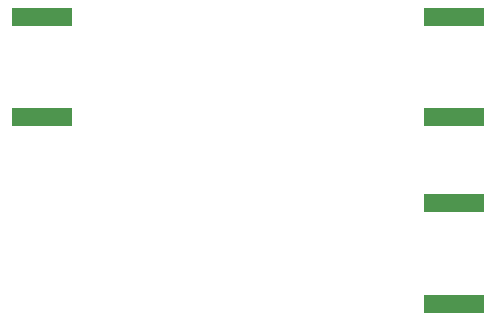
<source format=gbr>
%TF.GenerationSoftware,KiCad,Pcbnew,5.1.7-a382d34a88~89~ubuntu20.04.1*%
%TF.CreationDate,2021-11-17T19:13:42+01:00*%
%TF.ProjectId,miniWhip,6d696e69-5768-4697-902e-6b696361645f,rev?*%
%TF.SameCoordinates,Original*%
%TF.FileFunction,Paste,Bot*%
%TF.FilePolarity,Positive*%
%FSLAX46Y46*%
G04 Gerber Fmt 4.6, Leading zero omitted, Abs format (unit mm)*
G04 Created by KiCad (PCBNEW 5.1.7-a382d34a88~89~ubuntu20.04.1) date 2021-11-17 19:13:42*
%MOMM*%
%LPD*%
G01*
G04 APERTURE LIST*
%ADD10R,5.080000X1.500000*%
G04 APERTURE END LIST*
D10*
%TO.C,J6*%
X68471000Y-43124000D03*
X68471000Y-51624000D03*
%TD*%
%TO.C,J5*%
X33571000Y-51624000D03*
X33571000Y-43124000D03*
%TD*%
%TO.C,J4*%
X68471000Y-67424000D03*
X68471000Y-58924000D03*
%TD*%
M02*

</source>
